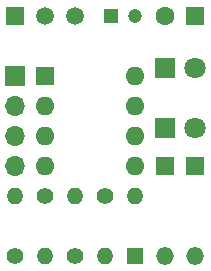
<source format=gts>
%TF.GenerationSoftware,KiCad,Pcbnew,(5.1.12)-1*%
%TF.CreationDate,2022-05-06T17:17:32+09:00*%
%TF.ProjectId,wdtcore,77647463-6f72-4652-9e6b-696361645f70,rev?*%
%TF.SameCoordinates,Original*%
%TF.FileFunction,Soldermask,Top*%
%TF.FilePolarity,Negative*%
%FSLAX46Y46*%
G04 Gerber Fmt 4.6, Leading zero omitted, Abs format (unit mm)*
G04 Created by KiCad (PCBNEW (5.1.12)-1) date 2022-05-06 17:17:32*
%MOMM*%
%LPD*%
G01*
G04 APERTURE LIST*
%ADD10R,1.600000X1.600000*%
%ADD11C,1.600000*%
%ADD12O,1.400000X1.400000*%
%ADD13C,1.400000*%
%ADD14O,1.500000X1.500000*%
%ADD15R,1.500000X1.500000*%
%ADD16O,1.600000X1.600000*%
%ADD17R,1.400000X1.400000*%
%ADD18C,1.500000*%
%ADD19O,1.700000X1.700000*%
%ADD20R,1.700000X1.700000*%
%ADD21C,1.800000*%
%ADD22R,1.800000X1.800000*%
%ADD23R,1.200000X1.200000*%
%ADD24C,1.200000*%
G04 APERTURE END LIST*
D10*
%TO.C,0.1uF*%
X144740000Y-91440000D03*
D11*
X142240000Y-91440000D03*
%TD*%
D12*
%TO.C,4.7k*%
X134620000Y-106680000D03*
D13*
X134620000Y-111760000D03*
%TD*%
D14*
%TO.C,1N4001*%
X144780000Y-111760000D03*
D15*
X144780000Y-104140000D03*
%TD*%
D14*
%TO.C,1N4001*%
X142240000Y-111760000D03*
D15*
X142240000Y-104140000D03*
%TD*%
D16*
%TO.C,NE555P*%
X139700000Y-96520000D03*
X132080000Y-104140000D03*
X139700000Y-99060000D03*
X132080000Y-101600000D03*
X139700000Y-101600000D03*
X132080000Y-99060000D03*
X139700000Y-104140000D03*
D10*
X132080000Y-96520000D03*
%TD*%
D12*
%TO.C,1M*%
X132080000Y-111760000D03*
D13*
X132080000Y-106680000D03*
%TD*%
D12*
%TO.C,330*%
X129540000Y-106680000D03*
D13*
X129540000Y-111760000D03*
%TD*%
D12*
%TO.C,330*%
X137160000Y-111760000D03*
D13*
X137160000Y-106680000D03*
%TD*%
D12*
%TO.C,330*%
X139700000Y-106680000D03*
D17*
X139700000Y-111760000D03*
%TD*%
D18*
%TO.C,PNP 2907A*%
X134620000Y-91440000D03*
D15*
X129540000Y-91440000D03*
D18*
X132080000Y-91440000D03*
%TD*%
D19*
%TO.C,GND*%
X129540000Y-104140000D03*
X129540000Y-101600000D03*
X129540000Y-99060000D03*
D20*
X129540000Y-96520000D03*
%TD*%
D21*
%TO.C,LED2*%
X144780000Y-100965000D03*
D22*
X142240000Y-100965000D03*
%TD*%
D21*
%TO.C,LED1*%
X144780000Y-95885000D03*
D22*
X142240000Y-95885000D03*
%TD*%
D23*
%TO.C,22uF*%
X137700000Y-91440000D03*
D24*
X139700000Y-91440000D03*
%TD*%
M02*

</source>
